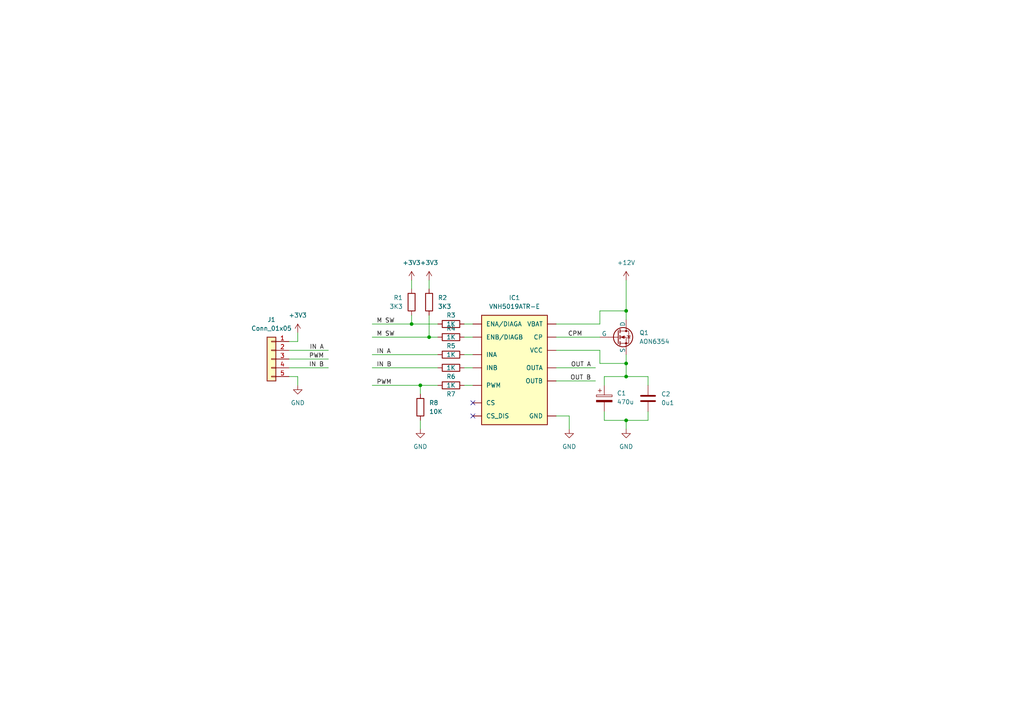
<source format=kicad_sch>
(kicad_sch (version 20230121) (generator eeschema)
  (paper "A4")
  (lib_symbols
    (symbol "Connector_Generic:Conn_01x05" (pin_names (offset 1.016) hide)
      (property "Reference" "J" (at 0 7.62 0))
      (property "Value" "Conn_01x05" (at 0 -7.62 0))
      (symbol "Conn_01x05_1_1"
        (rectangle (start -1.27 -4.953) (end 0 -5.207) (stroke (width 0.1524)))
        (rectangle (start -1.27 -2.413) (end 0 -2.667) (stroke (width 0.1524)))
        (rectangle (start -1.27 0.127) (end 0 -0.127) (stroke (width 0.1524)))
        (rectangle (start -1.27 2.667) (end 0 2.413) (stroke (width 0.1524)))
        (rectangle (start -1.27 5.207) (end 0 4.953) (stroke (width 0.1524)))
        (rectangle (start -1.27 6.35) (end 1.27 -6.35) (stroke (width 0.254)) (fill (type background)))
        (pin passive line (at -5.08 5.08 0) (length 3.81) (name "Pin_1") (number "1"))
        (pin passive line (at -5.08 2.54 0) (length 3.81) (name "Pin_2") (number "2"))
        (pin passive line (at -5.08 0 0) (length 3.81) (name "Pin_3") (number "3"))
        (pin passive line (at -5.08 -2.54 0) (length 3.81) (name "Pin_4") (number "4"))
        (pin passive line (at -5.08 -5.08 0) (length 3.81) (name "Pin_5") (number "5"))
      )
    )
    (symbol "Device:C" (pin_numbers hide) (pin_names (offset 0.254))
      (property "Reference" "C" (at 0.635 2.54 0))
      (property "Value" "C" (at 0.635 -2.54 0))
      (symbol "C_0_1"
        (polyline (pts (xy -2.032 -0.762) (xy 2.032 -0.762)) (stroke (width 0.508)))
        (polyline (pts (xy -2.032 0.762) (xy 2.032 0.762)) (stroke (width 0.508)))
      )
      (symbol "C_1_1"
        (pin passive line (at 0 3.81 270) (length 2.794) (name "~") (number "1"))
        (pin passive line (at 0 -3.81 90) (length 2.794) (name "~") (number "2"))
      )
    )
    (symbol "Device:C_Polarized" (pin_numbers hide) (pin_names (offset 0.254))
      (property "Reference" "C" (at 0.635 2.54 0))
      (property "Value" "C_Polarized" (at 0.635 -2.54 0))
      (symbol "C_Polarized_0_1"
        (rectangle (start -2.286 0.508) (end 2.286 1.016))
        (polyline (pts (xy -1.778 2.286) (xy -0.762 2.286)))
        (polyline (pts (xy -1.27 2.794) (xy -1.27 1.778)))
        (rectangle (start 2.286 -0.508) (end -2.286 -1.016) (fill (type outline)))
      )
      (symbol "C_Polarized_1_1"
        (pin passive line (at 0 3.81 270) (length 2.794) (name "~") (number "1"))
        (pin passive line (at 0 -3.81 90) (length 2.794) (name "~") (number "2"))
      )
    )
    (symbol "Device:R" (pin_numbers hide) (pin_names (offset 0))
      (property "Reference" "R" (at 2.032 0 90))
      (property "Value" "R" (at 0 0 90))
      (symbol "R_0_1"
        (rectangle (start -1.016 -2.54) (end 1.016 2.54) (stroke (width 0.254)))
      )
      (symbol "R_1_1"
        (pin passive line (at 0 3.81 270) (length 1.27) (name "~") (number "1"))
        (pin passive line (at 0 -3.81 90) (length 1.27) (name "~") (number "2"))
      )
    )
    (symbol "power:+12V" (power) (pin_names (offset 0))
      (property "Value" "+12V" (at 0 3.556 0))
      (symbol "+12V_0_1"
        (polyline (pts (xy -0.762 1.27) (xy 0 2.54)))
        (polyline (pts (xy 0 0) (xy 0 2.54)))
        (polyline (pts (xy 0 2.54) (xy 0.762 1.27)))
      )
      (symbol "+12V_1_1"
        (pin power_in line (at 0 0 90) (length 0) hide (name "+12V") (number "1"))
      )
    )
    (symbol "power:+3V3" (power) (pin_names (offset 0))
      (property "Value" "+3V3" (at 0 3.556 0))
      (symbol "+3V3_0_1"
        (polyline (pts (xy -0.762 1.27) (xy 0 2.54)))
        (polyline (pts (xy 0 0) (xy 0 2.54)))
        (polyline (pts (xy 0 2.54) (xy 0.762 1.27)))
      )
      (symbol "+3V3_1_1"
        (pin power_in line (at 0 0 90) (length 0) hide (name "+3V3") (number "1"))
      )
    )
    (symbol "power:GND" (power) (pin_names (offset 0))
      (property "Value" "GND" (at 0 -3.81 0))
      (symbol "GND_0_1"
        (polyline (pts (xy 0 0) (xy 0 -1.27) (xy 1.27 -1.27) (xy 0 -2.54) (xy -1.27 -1.27) (xy 0 -1.27)))
      )
      (symbol "GND_1_1"
        (pin power_in line (at 0 0 270) (length 0) hide (name "GND") (number "1"))
      )
    )
    (symbol "vincent:AON6354" (pin_numbers hide) (pin_names (offset 0))
      (property "Reference" "Q" (at 10.16 1.27 0))
      (property "Value" "AON6354" (at 10.16 -1.27 0))
      (symbol "AON6354_0_1"
        (polyline (pts (xy 5.334 0) (xy 2.54 0)))
        (polyline (pts (xy 5.334 1.905) (xy 5.334 -1.905)) (stroke (width 0.254)))
        (polyline (pts (xy 5.842 -1.27) (xy 5.842 -2.286)) (stroke (width 0.254)))
        (polyline (pts (xy 5.842 0.508) (xy 5.842 -0.508)) (stroke (width 0.254)))
        (polyline (pts (xy 5.842 2.286) (xy 5.842 1.27)) (stroke (width 0.254)))
        (polyline (pts (xy 7.62 2.54) (xy 7.62 1.778)))
        (polyline (pts (xy 7.62 -2.54) (xy 7.62 0) (xy 5.842 0)))
        (polyline (pts (xy 5.842 -1.778) (xy 8.382 -1.778) (xy 8.382 1.778) (xy 5.842 1.778)))
        (polyline (pts (xy 6.096 0) (xy 7.112 0.381) (xy 7.112 -0.381) (xy 6.096 0)) (fill (type outline)))
        (polyline (pts (xy 7.874 0.508) (xy 8.001 0.381) (xy 8.763 0.381) (xy 8.89 0.254)))
        (polyline (pts (xy 8.382 0.381) (xy 8.001 -0.254) (xy 8.763 -0.254) (xy 8.382 0.381)))
        (circle (center 6.731 0) (radius 2.794) (stroke (width 0.254)))
        (circle (center 7.62 -1.778) (radius 0.254) (fill (type outline)))
        (circle (center 7.62 1.778) (radius 0.254) (fill (type outline)))
      )
      (symbol "AON6354_1_1"
        (pin passive line (at 7.62 -5.08 90) (length 2.54) (name "S") (number "1"))
        (pin passive line (at 7.62 -5.08 90) (length 2.54) hide (name "S") (number "2"))
        (pin passive line (at 7.62 -5.08 90) (length 2.54) hide (name "S") (number "3"))
        (pin input line (at 0 0 0) (length 2.54) (name "G") (number "4"))
        (pin passive line (at 7.62 5.08 270) (length 2.54) (name "D") (number "5"))
        (pin passive line (at 7.62 5.08 270) (length 2.54) hide (name "D") (number "6"))
        (pin passive line (at 7.62 5.08 270) (length 2.54) hide (name "D") (number "7"))
        (pin passive line (at 7.62 5.08 270) (length 2.54) hide (name "D") (number "8"))
      )
    )
    (symbol "vincent:VNH5019ATR-E" (pin_numbers hide) (pin_names (offset 1.27))
      (property "Reference" "IC" (at 5.08 6.35 0))
      (property "Value" "VNH5019ATR-E" (at 11.43 3.81 0))
      (symbol "VNH5019ATR-E_1_1"
        (rectangle (start 5.08 2.54) (end 24.13 -29.21) (stroke (width 0.254)) (fill (type background)))
        (pin input line (at 26.67 -12.7 180) (length 2.54) (name "OUTA") (number "1"))
        (pin input line (at 2.54 -12.7 0) (length 2.54) (name "INB") (number "10"))
        (pin input line (at 26.67 -3.81 180) (length 2.54) (name "CP") (number "11"))
        (pin input line (at 26.67 0 180) (length 2.54) (name "VBAT") (number "12"))
        (pin input line (at 26.67 -7.62 180) (length 2.54) hide (name "VCC") (number "13"))
        (pin no_connect line (at 26.67 -24.13 180) (length 2.54) hide (name "NC") (number "14"))
        (pin input line (at 26.67 -16.51 180) (length 2.54) (name "OUTB") (number "15"))
        (pin input line (at 26.67 -16.51 180) (length 2.54) hide (name "OUTB") (number "16"))
        (pin no_connect line (at 26.67 -24.13 180) (length 2.54) hide (name "NC") (number "17"))
        (pin input line (at 26.67 -26.67 180) (length 2.54) (name "GND") (number "18"))
        (pin input line (at 26.67 -26.67 180) (length 2.54) hide (name "GND") (number "19"))
        (pin no_connect line (at 26.67 -24.13 180) (length 2.54) hide (name "NC") (number "2"))
        (pin input line (at 26.67 -26.67 180) (length 2.54) hide (name "GND") (number "20"))
        (pin input line (at 26.67 -16.51 180) (length 2.54) hide (name "OUTB") (number "21"))
        (pin no_connect line (at 26.67 -24.13 180) (length 2.54) hide (name "NC") (number "22"))
        (pin input line (at 26.67 -7.62 180) (length 2.54) hide (name "VCC") (number "23"))
        (pin no_connect line (at 26.67 -24.13 180) (length 2.54) hide (name "NC") (number "24"))
        (pin input line (at 26.67 -12.7 180) (length 2.54) hide (name "OUTA") (number "25"))
        (pin input line (at 26.67 -26.67 180) (length 2.54) hide (name "GND") (number "26"))
        (pin input line (at 26.67 -26.67 180) (length 2.54) hide (name "GND") (number "27"))
        (pin input line (at 26.67 -26.67 180) (length 2.54) hide (name "GND") (number "28"))
        (pin no_connect line (at 26.67 -24.13 180) (length 2.54) hide (name "NC") (number "29"))
        (pin input line (at 26.67 -7.62 180) (length 2.54) (name "VCC") (number "3"))
        (pin input line (at 26.67 -12.7 180) (length 2.54) hide (name "OUTA") (number "30"))
        (pin input line (at 26.67 -12.7 180) (length 2.54) hide (name "OUTA") (number "31"))
        (pin input line (at 26.67 -16.51 180) (length 2.54) hide (name "OUTB") (number "32"))
        (pin input line (at 26.67 -7.62 180) (length 2.54) hide (name "VCC") (number "33"))
        (pin input line (at 2.54 -8.89 0) (length 2.54) (name "INA") (number "4"))
        (pin input line (at 2.54 0 0) (length 2.54) (name "ENA/DIAGA") (number "5"))
        (pin input line (at 2.54 -26.67 0) (length 2.54) (name "CS_DIS") (number "6"))
        (pin input line (at 2.54 -17.78 0) (length 2.54) (name "PWM") (number "7"))
        (pin input line (at 2.54 -22.86 0) (length 2.54) (name "CS") (number "8"))
        (pin input line (at 2.54 -3.81 0) (length 2.54) (name "ENB/DIAGB") (number "9"))
      )
    )
  )
  (junction (at 181.61 109.22))
  (junction (at 181.61 105.41))
  (junction (at 121.92 111.76))
  (junction (at 119.38 93.98))
  (junction (at 124.46 97.79))
  (junction (at 181.61 121.92))
  (junction (at 181.61 90.17))
  (no_connect (at 137.16 120.65))
  (no_connect (at 137.16 116.84))
  (wire (pts (xy 86.36 111.76) (xy 86.36 109.22)))
  (wire (pts (xy 134.62 97.79) (xy 137.16 97.79)))
  (wire (pts (xy 161.29 110.49) (xy 172.72 110.49)))
  (wire (pts (xy 107.95 93.98) (xy 119.38 93.98)))
  (wire (pts (xy 107.95 102.87) (xy 127 102.87)))
  (wire (pts (xy 181.61 92.71) (xy 181.61 90.17)))
  (wire (pts (xy 161.29 101.6) (xy 173.99 101.6)))
  (wire (pts (xy 134.62 102.87) (xy 137.16 102.87)))
  (wire (pts (xy 107.95 106.68) (xy 127 106.68)))
  (wire (pts (xy 181.61 102.87) (xy 181.61 105.41)))
  (wire (pts (xy 121.92 111.76) (xy 127 111.76)))
  (wire (pts (xy 83.82 106.68) (xy 95.25 106.68)))
  (wire (pts (xy 187.96 109.22) (xy 187.96 111.76)))
  (wire (pts (xy 161.29 97.79) (xy 173.99 97.79)))
  (wire (pts (xy 83.82 99.06) (xy 86.36 99.06)))
  (wire (pts (xy 134.62 93.98) (xy 137.16 93.98)))
  (wire (pts (xy 187.96 119.38) (xy 187.96 121.92)))
  (wire (pts (xy 161.29 106.68) (xy 172.72 106.68)))
  (wire (pts (xy 134.62 111.76) (xy 137.16 111.76)))
  (wire (pts (xy 119.38 91.44) (xy 119.38 93.98)))
  (wire (pts (xy 173.99 101.6) (xy 173.99 105.41)))
  (wire (pts (xy 124.46 97.79) (xy 127 97.79)))
  (wire (pts (xy 83.82 104.14) (xy 95.25 104.14)))
  (wire (pts (xy 124.46 81.28) (xy 124.46 83.82)))
  (wire (pts (xy 175.26 109.22) (xy 175.26 111.76)))
  (wire (pts (xy 86.36 96.52) (xy 86.36 99.06)))
  (wire (pts (xy 107.95 97.79) (xy 124.46 97.79)))
  (wire (pts (xy 119.38 93.98) (xy 127 93.98)))
  (wire (pts (xy 181.61 81.28) (xy 181.61 90.17)))
  (wire (pts (xy 173.99 90.17) (xy 181.61 90.17)))
  (wire (pts (xy 173.99 93.98) (xy 173.99 90.17)))
  (wire (pts (xy 161.29 120.65) (xy 165.1 120.65)))
  (wire (pts (xy 119.38 81.28) (xy 119.38 83.82)))
  (wire (pts (xy 173.99 105.41) (xy 181.61 105.41)))
  (wire (pts (xy 181.61 121.92) (xy 187.96 121.92)))
  (wire (pts (xy 121.92 111.76) (xy 121.92 114.3)))
  (wire (pts (xy 175.26 119.38) (xy 175.26 121.92)))
  (wire (pts (xy 181.61 121.92) (xy 181.61 124.46)))
  (wire (pts (xy 124.46 91.44) (xy 124.46 97.79)))
  (wire (pts (xy 83.82 101.6) (xy 95.25 101.6)))
  (wire (pts (xy 107.95 111.76) (xy 121.92 111.76)))
  (wire (pts (xy 181.61 109.22) (xy 187.96 109.22)))
  (wire (pts (xy 83.82 109.22) (xy 86.36 109.22)))
  (wire (pts (xy 175.26 109.22) (xy 181.61 109.22)))
  (wire (pts (xy 121.92 121.92) (xy 121.92 124.46)))
  (wire (pts (xy 175.26 121.92) (xy 181.61 121.92)))
  (wire (pts (xy 181.61 105.41) (xy 181.61 109.22)))
  (wire (pts (xy 161.29 93.98) (xy 173.99 93.98)))
  (wire (pts (xy 165.1 120.65) (xy 165.1 124.46)))
  (wire (pts (xy 134.62 106.68) (xy 137.16 106.68)))
  (label "M SW" (at 109.22 93.98 0))
  (label "PWM" (at 93.98 104.14 180))
  (label "CPM" (at 168.91 97.79 180))
  (label "IN A" (at 93.98 101.6 180))
  (label "OUT A" (at 171.45 106.68 180))
  (label "PWM" (at 109.22 111.76 0))
  (label "M SW" (at 109.22 97.79 0))
  (label "IN B" (at 109.22 106.68 0))
  (label "IN B" (at 93.98 106.68 180))
  (label "OUT B" (at 171.45 110.49 180))
  (label "IN A" (at 109.22 102.87 0))
  (symbol (lib_id "Device:C_Polarized") (at 175.26 115.57 0) (unit 1)
    (property "Reference" "C1" (at 178.9193 114.046 0) (effects (justify left)))
    (property "Value" "470u" (at 178.9193 116.586 0) (effects (justify left)))
    (property "Footprint" "new-vnh:CP_Radial_D8.0mm_P3.50mm" (effects hide))
    (property "LCSC" "C5162352" (effects hide))
  )
  (symbol (lib_id "Device:R") (at 130.81 97.79 90) (unit 1)
    (property "Reference" "R4" (at 130.81 95.25 90))
    (property "Value" "1K" (at 130.81 97.79 90))
    (property "Footprint" "new-vnh:res0603" (effects hide))
  )
  (symbol (lib_id "Device:R") (at 130.81 111.76 90) (mirror x) (unit 1)
    (property "Reference" "R7" (at 130.81 114.3 90))
    (property "Value" "1K" (at 130.81 111.76 90))
    (property "Footprint" "new-vnh:res0603" (effects hide))
  )
  (symbol (lib_id "Device:R") (at 119.38 87.63 0) (mirror x) (unit 1)
    (property "Reference" "R1" (at 116.84 86.36 0) (effects (justify right)))
    (property "Value" "3K3" (at 116.84 88.9 0) (effects (justify right)))
    (property "Footprint" "new-vnh:res0603" (effects hide))
  )
  (symbol (lib_id "power:GND") (at 181.61 124.46 0) (unit 1)
    (property "Reference" "#PWR06" (effects hide))
    (property "Value" "GND" (at 181.61 129.54 0))
  )
  (symbol (lib_id "power:GND") (at 165.1 124.46 0) (unit 1)
    (property "Reference" "#PWR05" (effects hide))
    (property "Value" "GND" (at 165.1 129.54 0))
  )
  (symbol (lib_id "power:GND") (at 121.92 124.46 0) (unit 1)
    (property "Reference" "#PWR04" (effects hide))
    (property "Value" "GND" (at 121.92 129.54 0))
  )
  (symbol (lib_id "Device:R") (at 130.81 93.98 90) (unit 1)
    (property "Reference" "R3" (at 130.81 91.44 90))
    (property "Value" "1K" (at 130.81 93.98 90))
    (property "Footprint" "new-vnh:res0603" (effects hide))
  )
  (symbol (lib_id "Connector_Generic:Conn_01x05") (at 78.74 104.14 0) (mirror y) (unit 1)
    (property "Reference" "J1" (at 78.74 92.71 0))
    (property "Value" "Conn_01x05" (at 78.74 95.25 0))
    (property "Footprint" "Connector_PinSocket_2.54mm:PinSocket_1x05_P2.54mm_Vertical" (effects hide))
  )
  (symbol (lib_id "Device:R") (at 121.92 118.11 0) (unit 1)
    (property "Reference" "R8" (at 124.46 116.84 0) (effects (justify left)))
    (property "Value" "10K" (at 124.46 119.38 0) (effects (justify left)))
    (property "Footprint" "new-vnh:res0603" (effects hide))
  )
  (symbol (lib_id "power:+12V") (at 181.61 81.28 0) (unit 1)
    (property "Reference" "#PWR03" (effects hide))
    (property "Value" "+12V" (at 181.61 76.2 0))
  )
  (symbol (lib_id "Device:R") (at 124.46 87.63 180) (unit 1)
    (property "Reference" "R2" (at 127 86.36 0) (effects (justify right)))
    (property "Value" "3K3" (at 127 88.9 0) (effects (justify right)))
    (property "Footprint" "new-vnh:res0603" (effects hide))
  )
  (symbol (lib_id "Device:C") (at 187.96 115.57 0) (mirror y) (unit 1)
    (property "Reference" "C2" (at 191.77 114.2999 0) (effects (justify right)))
    (property "Value" "0u1" (at 191.77 116.8399 0) (effects (justify right)))
    (property "Footprint" "new-vnh:cap0603" (effects hide))
    (property "LCSC" "C3011705" (effects hide))
  )
  (symbol (lib_id "Device:R") (at 130.81 102.87 90) (unit 1)
    (property "Reference" "R5" (at 130.81 100.33 90))
    (property "Value" "1K" (at 130.81 102.87 90))
    (property "Footprint" "new-vnh:res0603" (effects hide))
  )
  (symbol (lib_id "power:+3V3") (at 119.38 81.28 0) (unit 1)
    (property "Reference" "#PWR01" (effects hide))
    (property "Value" "+3V3" (at 119.38 76.2 0))
  )
  (symbol (lib_id "power:GND") (at 86.36 111.76 0) (unit 1)
    (property "Reference" "#PWR08" (effects hide))
    (property "Value" "GND" (at 86.36 116.84 0))
  )
  (symbol (lib_id "Device:R") (at 130.81 106.68 90) (mirror x) (unit 1)
    (property "Reference" "R6" (at 130.81 109.22 90))
    (property "Value" "1K" (at 130.81 106.68 90))
    (property "Footprint" "new-vnh:res0603" (effects hide))
  )
  (symbol (lib_id "vincent:AON6354") (at 173.99 97.79 0) (unit 1)
    (property "Reference" "Q1" (at 185.42 96.52 0) (effects (justify left)))
    (property "Value" "AON6354" (at 185.42 99.06 0) (effects (justify left)))
    (property "Footprint" "new-vnh:8-DFN (5x6)" (effects hide))
    (property "Datasheet" "https://aosmd.com/res/data_sheets/AON6354.pdf" (effects hide))
  )
  (symbol (lib_id "power:+3V3") (at 124.46 81.28 0) (unit 1)
    (property "Reference" "#PWR02" (effects hide))
    (property "Value" "+3V3" (at 124.46 76.2 0))
  )
  (symbol (lib_id "vincent:VNH5019ATR-E") (at 134.62 93.98 0) (unit 1)
    (property "Reference" "IC1" (at 149.225 86.36 0))
    (property "Value" "VNH5019ATR-E" (at 149.225 88.9 0))
    (property "Footprint" "new-vnh:VNH5019A-E" (effects hide))
    (property "Datasheet" "https://www.st.com/resource/en/datasheet/vnh5019a-e.pdf" (effects hide))
    (property "Mouser Part Number" "511-VNH5019ATR-E" (effects hide))
    (property "Mouser Price/Stock" "https://www.mouser.co.uk/ProductDetail/STMicroelectronics/VNH5019ATR-E?qs=T%2FOtf55vL7cDceYVZzSNKw%3D%3D" (effects hide))
    (property "Manufacturer_Name" "STMicroelectronics" (effects hide))
    (property "Manufacturer_Part_Number" "VNH5019ATR-E" (effects hide))
  )
  (symbol (lib_id "power:+3V3") (at 86.36 96.52 0) (unit 1)
    (property "Reference" "#PWR07" (effects hide))
    (property "Value" "+3V3" (at 86.36 91.44 0))
  )
)
</source>
